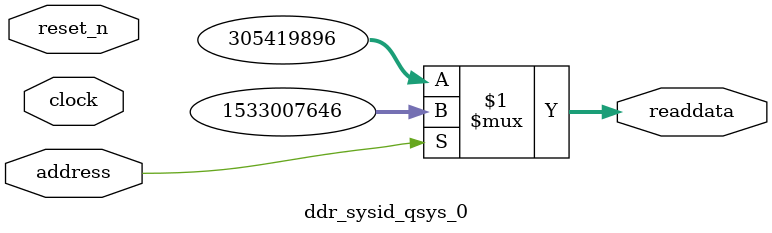
<source format=v>



// synthesis translate_off
`timescale 1ns / 1ps
// synthesis translate_on

// turn off superfluous verilog processor warnings 
// altera message_level Level1 
// altera message_off 10034 10035 10036 10037 10230 10240 10030 

module ddr_sysid_qsys_0 (
               // inputs:
                address,
                clock,
                reset_n,

               // outputs:
                readdata
             )
;

  output  [ 31: 0] readdata;
  input            address;
  input            clock;
  input            reset_n;

  wire    [ 31: 0] readdata;
  //control_slave, which is an e_avalon_slave
  assign readdata = address ? 1533007646 : 305419896;

endmodule



</source>
